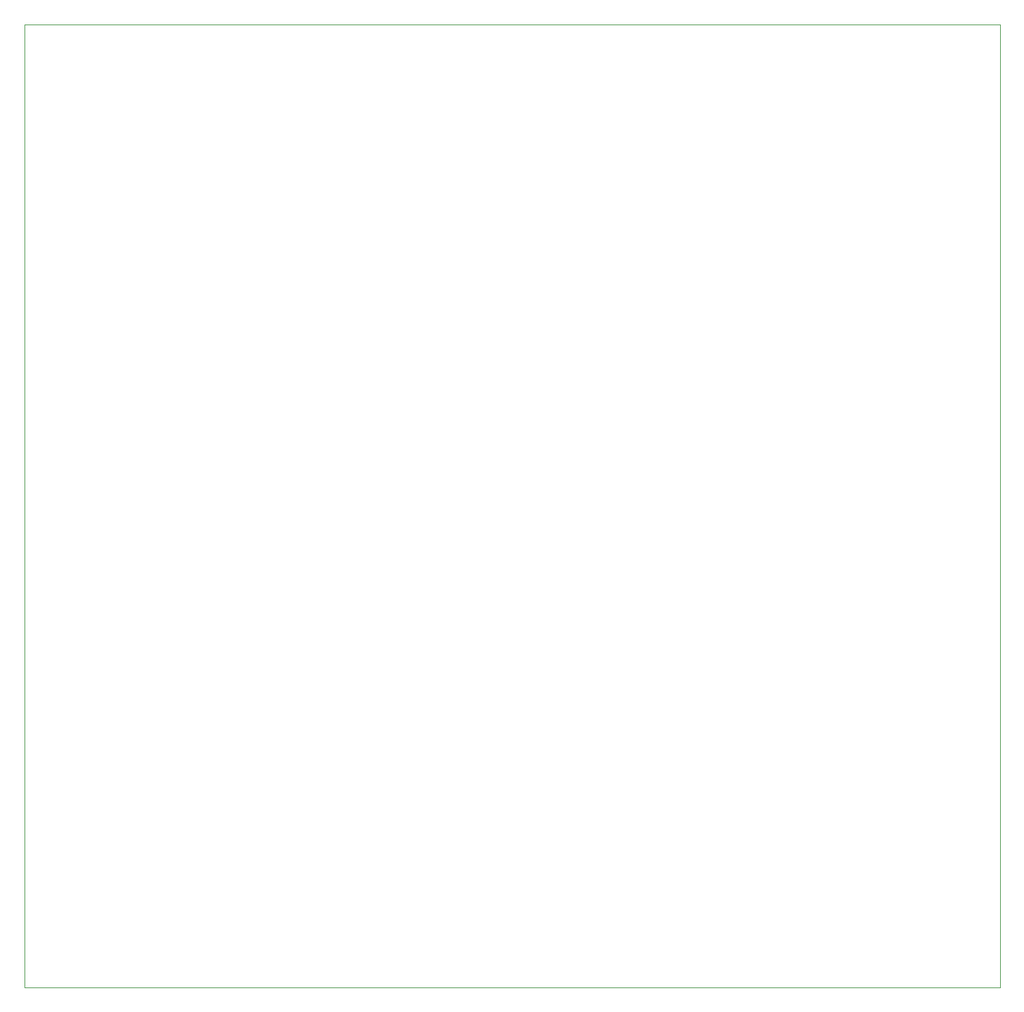
<source format=gbr>
%TF.GenerationSoftware,KiCad,Pcbnew,8.0.0*%
%TF.CreationDate,2024-03-27T17:18:48-07:00*%
%TF.ProjectId,honda radio,686f6e64-6120-4726-9164-696f2e6b6963,rev?*%
%TF.SameCoordinates,Original*%
%TF.FileFunction,Profile,NP*%
%FSLAX46Y46*%
G04 Gerber Fmt 4.6, Leading zero omitted, Abs format (unit mm)*
G04 Created by KiCad (PCBNEW 8.0.0) date 2024-03-27 17:18:48*
%MOMM*%
%LPD*%
G01*
G04 APERTURE LIST*
%TA.AperFunction,Profile*%
%ADD10C,0.050000*%
%TD*%
G04 APERTURE END LIST*
D10*
X83420000Y-34500000D02*
X207920000Y-34500000D01*
X207920000Y-157500000D01*
X83420000Y-157500000D01*
X83420000Y-34500000D01*
M02*

</source>
